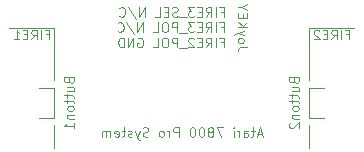
<source format=gbo>
G04 #@! TF.GenerationSoftware,KiCad,Pcbnew,(5.1.8)-1*
G04 #@! TF.CreationDate,2021-01-08T23:45:19+01:00*
G04 #@! TF.ProjectId,Atari 7800,41746172-6920-4373-9830-302e6b696361,rev?*
G04 #@! TF.SameCoordinates,Original*
G04 #@! TF.FileFunction,Legend,Bot*
G04 #@! TF.FilePolarity,Positive*
%FSLAX46Y46*%
G04 Gerber Fmt 4.6, Leading zero omitted, Abs format (unit mm)*
G04 Created by KiCad (PCBNEW (5.1.8)-1) date 2021-01-08 23:45:19*
%MOMM*%
%LPD*%
G01*
G04 APERTURE LIST*
%ADD10C,0.100000*%
%ADD11C,0.120000*%
G04 APERTURE END LIST*
D10*
X149020952Y-92208333D02*
X148640000Y-92208333D01*
X149097142Y-92436904D02*
X148830476Y-91636904D01*
X148563809Y-92436904D01*
X148411428Y-91903571D02*
X148106666Y-91903571D01*
X148297142Y-91636904D02*
X148297142Y-92322619D01*
X148259047Y-92398809D01*
X148182857Y-92436904D01*
X148106666Y-92436904D01*
X147497142Y-92436904D02*
X147497142Y-92017857D01*
X147535238Y-91941666D01*
X147611428Y-91903571D01*
X147763809Y-91903571D01*
X147840000Y-91941666D01*
X147497142Y-92398809D02*
X147573333Y-92436904D01*
X147763809Y-92436904D01*
X147840000Y-92398809D01*
X147878095Y-92322619D01*
X147878095Y-92246428D01*
X147840000Y-92170238D01*
X147763809Y-92132142D01*
X147573333Y-92132142D01*
X147497142Y-92094047D01*
X147116190Y-92436904D02*
X147116190Y-91903571D01*
X147116190Y-92055952D02*
X147078095Y-91979761D01*
X147040000Y-91941666D01*
X146963809Y-91903571D01*
X146887619Y-91903571D01*
X146620952Y-92436904D02*
X146620952Y-91903571D01*
X146620952Y-91636904D02*
X146659047Y-91675000D01*
X146620952Y-91713095D01*
X146582857Y-91675000D01*
X146620952Y-91636904D01*
X146620952Y-91713095D01*
X145706666Y-91636904D02*
X145173333Y-91636904D01*
X145516190Y-92436904D01*
X144754285Y-91979761D02*
X144830476Y-91941666D01*
X144868571Y-91903571D01*
X144906666Y-91827380D01*
X144906666Y-91789285D01*
X144868571Y-91713095D01*
X144830476Y-91675000D01*
X144754285Y-91636904D01*
X144601904Y-91636904D01*
X144525714Y-91675000D01*
X144487619Y-91713095D01*
X144449523Y-91789285D01*
X144449523Y-91827380D01*
X144487619Y-91903571D01*
X144525714Y-91941666D01*
X144601904Y-91979761D01*
X144754285Y-91979761D01*
X144830476Y-92017857D01*
X144868571Y-92055952D01*
X144906666Y-92132142D01*
X144906666Y-92284523D01*
X144868571Y-92360714D01*
X144830476Y-92398809D01*
X144754285Y-92436904D01*
X144601904Y-92436904D01*
X144525714Y-92398809D01*
X144487619Y-92360714D01*
X144449523Y-92284523D01*
X144449523Y-92132142D01*
X144487619Y-92055952D01*
X144525714Y-92017857D01*
X144601904Y-91979761D01*
X143954285Y-91636904D02*
X143878095Y-91636904D01*
X143801904Y-91675000D01*
X143763809Y-91713095D01*
X143725714Y-91789285D01*
X143687619Y-91941666D01*
X143687619Y-92132142D01*
X143725714Y-92284523D01*
X143763809Y-92360714D01*
X143801904Y-92398809D01*
X143878095Y-92436904D01*
X143954285Y-92436904D01*
X144030476Y-92398809D01*
X144068571Y-92360714D01*
X144106666Y-92284523D01*
X144144761Y-92132142D01*
X144144761Y-91941666D01*
X144106666Y-91789285D01*
X144068571Y-91713095D01*
X144030476Y-91675000D01*
X143954285Y-91636904D01*
X143192380Y-91636904D02*
X143116190Y-91636904D01*
X143040000Y-91675000D01*
X143001904Y-91713095D01*
X142963809Y-91789285D01*
X142925714Y-91941666D01*
X142925714Y-92132142D01*
X142963809Y-92284523D01*
X143001904Y-92360714D01*
X143040000Y-92398809D01*
X143116190Y-92436904D01*
X143192380Y-92436904D01*
X143268571Y-92398809D01*
X143306666Y-92360714D01*
X143344761Y-92284523D01*
X143382857Y-92132142D01*
X143382857Y-91941666D01*
X143344761Y-91789285D01*
X143306666Y-91713095D01*
X143268571Y-91675000D01*
X143192380Y-91636904D01*
X141973333Y-92436904D02*
X141973333Y-91636904D01*
X141668571Y-91636904D01*
X141592380Y-91675000D01*
X141554285Y-91713095D01*
X141516190Y-91789285D01*
X141516190Y-91903571D01*
X141554285Y-91979761D01*
X141592380Y-92017857D01*
X141668571Y-92055952D01*
X141973333Y-92055952D01*
X141173333Y-92436904D02*
X141173333Y-91903571D01*
X141173333Y-92055952D02*
X141135238Y-91979761D01*
X141097142Y-91941666D01*
X141020952Y-91903571D01*
X140944761Y-91903571D01*
X140563809Y-92436904D02*
X140640000Y-92398809D01*
X140678095Y-92360714D01*
X140716190Y-92284523D01*
X140716190Y-92055952D01*
X140678095Y-91979761D01*
X140640000Y-91941666D01*
X140563809Y-91903571D01*
X140449523Y-91903571D01*
X140373333Y-91941666D01*
X140335238Y-91979761D01*
X140297142Y-92055952D01*
X140297142Y-92284523D01*
X140335238Y-92360714D01*
X140373333Y-92398809D01*
X140449523Y-92436904D01*
X140563809Y-92436904D01*
X139382857Y-92398809D02*
X139268571Y-92436904D01*
X139078095Y-92436904D01*
X139001904Y-92398809D01*
X138963809Y-92360714D01*
X138925714Y-92284523D01*
X138925714Y-92208333D01*
X138963809Y-92132142D01*
X139001904Y-92094047D01*
X139078095Y-92055952D01*
X139230476Y-92017857D01*
X139306666Y-91979761D01*
X139344761Y-91941666D01*
X139382857Y-91865476D01*
X139382857Y-91789285D01*
X139344761Y-91713095D01*
X139306666Y-91675000D01*
X139230476Y-91636904D01*
X139040000Y-91636904D01*
X138925714Y-91675000D01*
X138659047Y-91903571D02*
X138468571Y-92436904D01*
X138278095Y-91903571D02*
X138468571Y-92436904D01*
X138544761Y-92627380D01*
X138582857Y-92665476D01*
X138659047Y-92703571D01*
X138011428Y-92398809D02*
X137935238Y-92436904D01*
X137782857Y-92436904D01*
X137706666Y-92398809D01*
X137668571Y-92322619D01*
X137668571Y-92284523D01*
X137706666Y-92208333D01*
X137782857Y-92170238D01*
X137897142Y-92170238D01*
X137973333Y-92132142D01*
X138011428Y-92055952D01*
X138011428Y-92017857D01*
X137973333Y-91941666D01*
X137897142Y-91903571D01*
X137782857Y-91903571D01*
X137706666Y-91941666D01*
X137440000Y-91903571D02*
X137135238Y-91903571D01*
X137325714Y-91636904D02*
X137325714Y-92322619D01*
X137287619Y-92398809D01*
X137211428Y-92436904D01*
X137135238Y-92436904D01*
X136563809Y-92398809D02*
X136640000Y-92436904D01*
X136792380Y-92436904D01*
X136868571Y-92398809D01*
X136906666Y-92322619D01*
X136906666Y-92017857D01*
X136868571Y-91941666D01*
X136792380Y-91903571D01*
X136640000Y-91903571D01*
X136563809Y-91941666D01*
X136525714Y-92017857D01*
X136525714Y-92094047D01*
X136906666Y-92170238D01*
X136182857Y-92436904D02*
X136182857Y-91903571D01*
X136182857Y-91979761D02*
X136144761Y-91941666D01*
X136068571Y-91903571D01*
X135954285Y-91903571D01*
X135878095Y-91941666D01*
X135840000Y-92017857D01*
X135840000Y-92436904D01*
X135840000Y-92017857D02*
X135801904Y-91941666D01*
X135725714Y-91903571D01*
X135611428Y-91903571D01*
X135535238Y-91941666D01*
X135497142Y-92017857D01*
X135497142Y-92436904D01*
D11*
X153035000Y-83185000D02*
X156845000Y-83185000D01*
X131445000Y-83185000D02*
X127635000Y-83185000D01*
D10*
X147758095Y-84842142D02*
X147186666Y-84842142D01*
X147072380Y-84880238D01*
X146996190Y-84956428D01*
X146958095Y-85070714D01*
X146958095Y-85146904D01*
X146958095Y-84346904D02*
X146996190Y-84423095D01*
X147034285Y-84461190D01*
X147110476Y-84499285D01*
X147339047Y-84499285D01*
X147415238Y-84461190D01*
X147453333Y-84423095D01*
X147491428Y-84346904D01*
X147491428Y-84232619D01*
X147453333Y-84156428D01*
X147415238Y-84118333D01*
X147339047Y-84080238D01*
X147110476Y-84080238D01*
X147034285Y-84118333D01*
X146996190Y-84156428D01*
X146958095Y-84232619D01*
X146958095Y-84346904D01*
X147491428Y-83813571D02*
X146958095Y-83623095D01*
X147491428Y-83432619D02*
X146958095Y-83623095D01*
X146767619Y-83699285D01*
X146729523Y-83737380D01*
X146691428Y-83813571D01*
X146958095Y-83127857D02*
X147758095Y-83127857D01*
X146958095Y-82670714D02*
X147415238Y-83013571D01*
X147758095Y-82670714D02*
X147300952Y-83127857D01*
X147377142Y-82327857D02*
X147377142Y-82061190D01*
X146958095Y-81946904D02*
X146958095Y-82327857D01*
X147758095Y-82327857D01*
X147758095Y-81946904D01*
X147339047Y-81451666D02*
X146958095Y-81451666D01*
X147758095Y-81718333D02*
X147339047Y-81451666D01*
X147758095Y-81185000D01*
X145527857Y-81827857D02*
X145794523Y-81827857D01*
X145794523Y-82246904D02*
X145794523Y-81446904D01*
X145413571Y-81446904D01*
X145108809Y-82246904D02*
X145108809Y-81446904D01*
X144270714Y-82246904D02*
X144537380Y-81865952D01*
X144727857Y-82246904D02*
X144727857Y-81446904D01*
X144423095Y-81446904D01*
X144346904Y-81485000D01*
X144308809Y-81523095D01*
X144270714Y-81599285D01*
X144270714Y-81713571D01*
X144308809Y-81789761D01*
X144346904Y-81827857D01*
X144423095Y-81865952D01*
X144727857Y-81865952D01*
X143927857Y-81827857D02*
X143661190Y-81827857D01*
X143546904Y-82246904D02*
X143927857Y-82246904D01*
X143927857Y-81446904D01*
X143546904Y-81446904D01*
X143280238Y-81446904D02*
X142785000Y-81446904D01*
X143051666Y-81751666D01*
X142937380Y-81751666D01*
X142861190Y-81789761D01*
X142823095Y-81827857D01*
X142785000Y-81904047D01*
X142785000Y-82094523D01*
X142823095Y-82170714D01*
X142861190Y-82208809D01*
X142937380Y-82246904D01*
X143165952Y-82246904D01*
X143242142Y-82208809D01*
X143280238Y-82170714D01*
X142632619Y-82323095D02*
X142023095Y-82323095D01*
X141870714Y-82208809D02*
X141756428Y-82246904D01*
X141565952Y-82246904D01*
X141489761Y-82208809D01*
X141451666Y-82170714D01*
X141413571Y-82094523D01*
X141413571Y-82018333D01*
X141451666Y-81942142D01*
X141489761Y-81904047D01*
X141565952Y-81865952D01*
X141718333Y-81827857D01*
X141794523Y-81789761D01*
X141832619Y-81751666D01*
X141870714Y-81675476D01*
X141870714Y-81599285D01*
X141832619Y-81523095D01*
X141794523Y-81485000D01*
X141718333Y-81446904D01*
X141527857Y-81446904D01*
X141413571Y-81485000D01*
X141070714Y-81827857D02*
X140804047Y-81827857D01*
X140689761Y-82246904D02*
X141070714Y-82246904D01*
X141070714Y-81446904D01*
X140689761Y-81446904D01*
X139965952Y-82246904D02*
X140346904Y-82246904D01*
X140346904Y-81446904D01*
X139089761Y-82246904D02*
X139089761Y-81446904D01*
X138632619Y-82246904D01*
X138632619Y-81446904D01*
X137680238Y-81408809D02*
X138365952Y-82437380D01*
X136956428Y-82170714D02*
X136994523Y-82208809D01*
X137108809Y-82246904D01*
X137185000Y-82246904D01*
X137299285Y-82208809D01*
X137375476Y-82132619D01*
X137413571Y-82056428D01*
X137451666Y-81904047D01*
X137451666Y-81789761D01*
X137413571Y-81637380D01*
X137375476Y-81561190D01*
X137299285Y-81485000D01*
X137185000Y-81446904D01*
X137108809Y-81446904D01*
X136994523Y-81485000D01*
X136956428Y-81523095D01*
X145527857Y-83127857D02*
X145794523Y-83127857D01*
X145794523Y-83546904D02*
X145794523Y-82746904D01*
X145413571Y-82746904D01*
X145108809Y-83546904D02*
X145108809Y-82746904D01*
X144270714Y-83546904D02*
X144537380Y-83165952D01*
X144727857Y-83546904D02*
X144727857Y-82746904D01*
X144423095Y-82746904D01*
X144346904Y-82785000D01*
X144308809Y-82823095D01*
X144270714Y-82899285D01*
X144270714Y-83013571D01*
X144308809Y-83089761D01*
X144346904Y-83127857D01*
X144423095Y-83165952D01*
X144727857Y-83165952D01*
X143927857Y-83127857D02*
X143661190Y-83127857D01*
X143546904Y-83546904D02*
X143927857Y-83546904D01*
X143927857Y-82746904D01*
X143546904Y-82746904D01*
X143280238Y-82746904D02*
X142785000Y-82746904D01*
X143051666Y-83051666D01*
X142937380Y-83051666D01*
X142861190Y-83089761D01*
X142823095Y-83127857D01*
X142785000Y-83204047D01*
X142785000Y-83394523D01*
X142823095Y-83470714D01*
X142861190Y-83508809D01*
X142937380Y-83546904D01*
X143165952Y-83546904D01*
X143242142Y-83508809D01*
X143280238Y-83470714D01*
X142632619Y-83623095D02*
X142023095Y-83623095D01*
X141832619Y-83546904D02*
X141832619Y-82746904D01*
X141527857Y-82746904D01*
X141451666Y-82785000D01*
X141413571Y-82823095D01*
X141375476Y-82899285D01*
X141375476Y-83013571D01*
X141413571Y-83089761D01*
X141451666Y-83127857D01*
X141527857Y-83165952D01*
X141832619Y-83165952D01*
X140880238Y-82746904D02*
X140727857Y-82746904D01*
X140651666Y-82785000D01*
X140575476Y-82861190D01*
X140537380Y-83013571D01*
X140537380Y-83280238D01*
X140575476Y-83432619D01*
X140651666Y-83508809D01*
X140727857Y-83546904D01*
X140880238Y-83546904D01*
X140956428Y-83508809D01*
X141032619Y-83432619D01*
X141070714Y-83280238D01*
X141070714Y-83013571D01*
X141032619Y-82861190D01*
X140956428Y-82785000D01*
X140880238Y-82746904D01*
X139813571Y-83546904D02*
X140194523Y-83546904D01*
X140194523Y-82746904D01*
X138937380Y-83546904D02*
X138937380Y-82746904D01*
X138480238Y-83546904D01*
X138480238Y-82746904D01*
X137527857Y-82708809D02*
X138213571Y-83737380D01*
X136804047Y-83470714D02*
X136842142Y-83508809D01*
X136956428Y-83546904D01*
X137032619Y-83546904D01*
X137146904Y-83508809D01*
X137223095Y-83432619D01*
X137261190Y-83356428D01*
X137299285Y-83204047D01*
X137299285Y-83089761D01*
X137261190Y-82937380D01*
X137223095Y-82861190D01*
X137146904Y-82785000D01*
X137032619Y-82746904D01*
X136956428Y-82746904D01*
X136842142Y-82785000D01*
X136804047Y-82823095D01*
X145527857Y-84427857D02*
X145794523Y-84427857D01*
X145794523Y-84846904D02*
X145794523Y-84046904D01*
X145413571Y-84046904D01*
X145108809Y-84846904D02*
X145108809Y-84046904D01*
X144270714Y-84846904D02*
X144537380Y-84465952D01*
X144727857Y-84846904D02*
X144727857Y-84046904D01*
X144423095Y-84046904D01*
X144346904Y-84085000D01*
X144308809Y-84123095D01*
X144270714Y-84199285D01*
X144270714Y-84313571D01*
X144308809Y-84389761D01*
X144346904Y-84427857D01*
X144423095Y-84465952D01*
X144727857Y-84465952D01*
X143927857Y-84427857D02*
X143661190Y-84427857D01*
X143546904Y-84846904D02*
X143927857Y-84846904D01*
X143927857Y-84046904D01*
X143546904Y-84046904D01*
X143242142Y-84123095D02*
X143204047Y-84085000D01*
X143127857Y-84046904D01*
X142937380Y-84046904D01*
X142861190Y-84085000D01*
X142823095Y-84123095D01*
X142785000Y-84199285D01*
X142785000Y-84275476D01*
X142823095Y-84389761D01*
X143280238Y-84846904D01*
X142785000Y-84846904D01*
X142632619Y-84923095D02*
X142023095Y-84923095D01*
X141832619Y-84846904D02*
X141832619Y-84046904D01*
X141527857Y-84046904D01*
X141451666Y-84085000D01*
X141413571Y-84123095D01*
X141375476Y-84199285D01*
X141375476Y-84313571D01*
X141413571Y-84389761D01*
X141451666Y-84427857D01*
X141527857Y-84465952D01*
X141832619Y-84465952D01*
X140880238Y-84046904D02*
X140727857Y-84046904D01*
X140651666Y-84085000D01*
X140575476Y-84161190D01*
X140537380Y-84313571D01*
X140537380Y-84580238D01*
X140575476Y-84732619D01*
X140651666Y-84808809D01*
X140727857Y-84846904D01*
X140880238Y-84846904D01*
X140956428Y-84808809D01*
X141032619Y-84732619D01*
X141070714Y-84580238D01*
X141070714Y-84313571D01*
X141032619Y-84161190D01*
X140956428Y-84085000D01*
X140880238Y-84046904D01*
X139813571Y-84846904D02*
X140194523Y-84846904D01*
X140194523Y-84046904D01*
X138518333Y-84085000D02*
X138594523Y-84046904D01*
X138708809Y-84046904D01*
X138823095Y-84085000D01*
X138899285Y-84161190D01*
X138937380Y-84237380D01*
X138975476Y-84389761D01*
X138975476Y-84504047D01*
X138937380Y-84656428D01*
X138899285Y-84732619D01*
X138823095Y-84808809D01*
X138708809Y-84846904D01*
X138632619Y-84846904D01*
X138518333Y-84808809D01*
X138480238Y-84770714D01*
X138480238Y-84504047D01*
X138632619Y-84504047D01*
X138137380Y-84846904D02*
X138137380Y-84046904D01*
X137680238Y-84846904D01*
X137680238Y-84046904D01*
X137299285Y-84846904D02*
X137299285Y-84046904D01*
X137108809Y-84046904D01*
X136994523Y-84085000D01*
X136918333Y-84161190D01*
X136880238Y-84237380D01*
X136842142Y-84389761D01*
X136842142Y-84504047D01*
X136880238Y-84656428D01*
X136918333Y-84732619D01*
X136994523Y-84808809D01*
X137108809Y-84846904D01*
X137299285Y-84846904D01*
D11*
X153035000Y-93345000D02*
X153035000Y-91440000D01*
D10*
X151707857Y-87668333D02*
X151745952Y-87782619D01*
X151784047Y-87820714D01*
X151860238Y-87858809D01*
X151974523Y-87858809D01*
X152050714Y-87820714D01*
X152088809Y-87782619D01*
X152126904Y-87706428D01*
X152126904Y-87401666D01*
X151326904Y-87401666D01*
X151326904Y-87668333D01*
X151365000Y-87744523D01*
X151403095Y-87782619D01*
X151479285Y-87820714D01*
X151555476Y-87820714D01*
X151631666Y-87782619D01*
X151669761Y-87744523D01*
X151707857Y-87668333D01*
X151707857Y-87401666D01*
X151593571Y-88544523D02*
X152126904Y-88544523D01*
X151593571Y-88201666D02*
X152012619Y-88201666D01*
X152088809Y-88239761D01*
X152126904Y-88315952D01*
X152126904Y-88430238D01*
X152088809Y-88506428D01*
X152050714Y-88544523D01*
X151593571Y-88811190D02*
X151593571Y-89115952D01*
X151326904Y-88925476D02*
X152012619Y-88925476D01*
X152088809Y-88963571D01*
X152126904Y-89039761D01*
X152126904Y-89115952D01*
X151593571Y-89268333D02*
X151593571Y-89573095D01*
X151326904Y-89382619D02*
X152012619Y-89382619D01*
X152088809Y-89420714D01*
X152126904Y-89496904D01*
X152126904Y-89573095D01*
X152126904Y-89954047D02*
X152088809Y-89877857D01*
X152050714Y-89839761D01*
X151974523Y-89801666D01*
X151745952Y-89801666D01*
X151669761Y-89839761D01*
X151631666Y-89877857D01*
X151593571Y-89954047D01*
X151593571Y-90068333D01*
X151631666Y-90144523D01*
X151669761Y-90182619D01*
X151745952Y-90220714D01*
X151974523Y-90220714D01*
X152050714Y-90182619D01*
X152088809Y-90144523D01*
X152126904Y-90068333D01*
X152126904Y-89954047D01*
X151593571Y-90563571D02*
X152126904Y-90563571D01*
X151669761Y-90563571D02*
X151631666Y-90601666D01*
X151593571Y-90677857D01*
X151593571Y-90792142D01*
X151631666Y-90868333D01*
X151707857Y-90906428D01*
X152126904Y-90906428D01*
X151403095Y-91249285D02*
X151365000Y-91287380D01*
X151326904Y-91363571D01*
X151326904Y-91554047D01*
X151365000Y-91630238D01*
X151403095Y-91668333D01*
X151479285Y-91706428D01*
X151555476Y-91706428D01*
X151669761Y-91668333D01*
X152126904Y-91211190D01*
X152126904Y-91706428D01*
X156159047Y-83762857D02*
X156425714Y-83762857D01*
X156425714Y-84181904D02*
X156425714Y-83381904D01*
X156044761Y-83381904D01*
X155740000Y-84181904D02*
X155740000Y-83381904D01*
X154901904Y-84181904D02*
X155168571Y-83800952D01*
X155359047Y-84181904D02*
X155359047Y-83381904D01*
X155054285Y-83381904D01*
X154978095Y-83420000D01*
X154940000Y-83458095D01*
X154901904Y-83534285D01*
X154901904Y-83648571D01*
X154940000Y-83724761D01*
X154978095Y-83762857D01*
X155054285Y-83800952D01*
X155359047Y-83800952D01*
X154559047Y-83762857D02*
X154292380Y-83762857D01*
X154178095Y-84181904D02*
X154559047Y-84181904D01*
X154559047Y-83381904D01*
X154178095Y-83381904D01*
X153873333Y-83458095D02*
X153835238Y-83420000D01*
X153759047Y-83381904D01*
X153568571Y-83381904D01*
X153492380Y-83420000D01*
X153454285Y-83458095D01*
X153416190Y-83534285D01*
X153416190Y-83610476D01*
X153454285Y-83724761D01*
X153911428Y-84181904D01*
X153416190Y-84181904D01*
X130759047Y-83762857D02*
X131025714Y-83762857D01*
X131025714Y-84181904D02*
X131025714Y-83381904D01*
X130644761Y-83381904D01*
X130340000Y-84181904D02*
X130340000Y-83381904D01*
X129501904Y-84181904D02*
X129768571Y-83800952D01*
X129959047Y-84181904D02*
X129959047Y-83381904D01*
X129654285Y-83381904D01*
X129578095Y-83420000D01*
X129540000Y-83458095D01*
X129501904Y-83534285D01*
X129501904Y-83648571D01*
X129540000Y-83724761D01*
X129578095Y-83762857D01*
X129654285Y-83800952D01*
X129959047Y-83800952D01*
X129159047Y-83762857D02*
X128892380Y-83762857D01*
X128778095Y-84181904D02*
X129159047Y-84181904D01*
X129159047Y-83381904D01*
X128778095Y-83381904D01*
X128016190Y-84181904D02*
X128473333Y-84181904D01*
X128244761Y-84181904D02*
X128244761Y-83381904D01*
X128320952Y-83496190D01*
X128397142Y-83572380D01*
X128473333Y-83610476D01*
X132657857Y-87668333D02*
X132695952Y-87782619D01*
X132734047Y-87820714D01*
X132810238Y-87858809D01*
X132924523Y-87858809D01*
X133000714Y-87820714D01*
X133038809Y-87782619D01*
X133076904Y-87706428D01*
X133076904Y-87401666D01*
X132276904Y-87401666D01*
X132276904Y-87668333D01*
X132315000Y-87744523D01*
X132353095Y-87782619D01*
X132429285Y-87820714D01*
X132505476Y-87820714D01*
X132581666Y-87782619D01*
X132619761Y-87744523D01*
X132657857Y-87668333D01*
X132657857Y-87401666D01*
X132543571Y-88544523D02*
X133076904Y-88544523D01*
X132543571Y-88201666D02*
X132962619Y-88201666D01*
X133038809Y-88239761D01*
X133076904Y-88315952D01*
X133076904Y-88430238D01*
X133038809Y-88506428D01*
X133000714Y-88544523D01*
X132543571Y-88811190D02*
X132543571Y-89115952D01*
X132276904Y-88925476D02*
X132962619Y-88925476D01*
X133038809Y-88963571D01*
X133076904Y-89039761D01*
X133076904Y-89115952D01*
X132543571Y-89268333D02*
X132543571Y-89573095D01*
X132276904Y-89382619D02*
X132962619Y-89382619D01*
X133038809Y-89420714D01*
X133076904Y-89496904D01*
X133076904Y-89573095D01*
X133076904Y-89954047D02*
X133038809Y-89877857D01*
X133000714Y-89839761D01*
X132924523Y-89801666D01*
X132695952Y-89801666D01*
X132619761Y-89839761D01*
X132581666Y-89877857D01*
X132543571Y-89954047D01*
X132543571Y-90068333D01*
X132581666Y-90144523D01*
X132619761Y-90182619D01*
X132695952Y-90220714D01*
X132924523Y-90220714D01*
X133000714Y-90182619D01*
X133038809Y-90144523D01*
X133076904Y-90068333D01*
X133076904Y-89954047D01*
X132543571Y-90563571D02*
X133076904Y-90563571D01*
X132619761Y-90563571D02*
X132581666Y-90601666D01*
X132543571Y-90677857D01*
X132543571Y-90792142D01*
X132581666Y-90868333D01*
X132657857Y-90906428D01*
X133076904Y-90906428D01*
X133076904Y-91706428D02*
X133076904Y-91249285D01*
X133076904Y-91477857D02*
X132276904Y-91477857D01*
X132391190Y-91401666D01*
X132467380Y-91325476D01*
X132505476Y-91249285D01*
D11*
X153035000Y-90805000D02*
X154305000Y-90805000D01*
X153035000Y-88265000D02*
X153035000Y-90805000D01*
X153035000Y-88265000D02*
X154305000Y-88265000D01*
X153035000Y-83185000D02*
X153035000Y-87630000D01*
X131445000Y-91440000D02*
X131445000Y-93345000D01*
X131445000Y-90805000D02*
X130175000Y-90805000D01*
X131445000Y-88265000D02*
X131445000Y-90805000D01*
X130175000Y-88265000D02*
X131445000Y-88265000D01*
X131445000Y-83185000D02*
X131445000Y-87630000D01*
M02*

</source>
